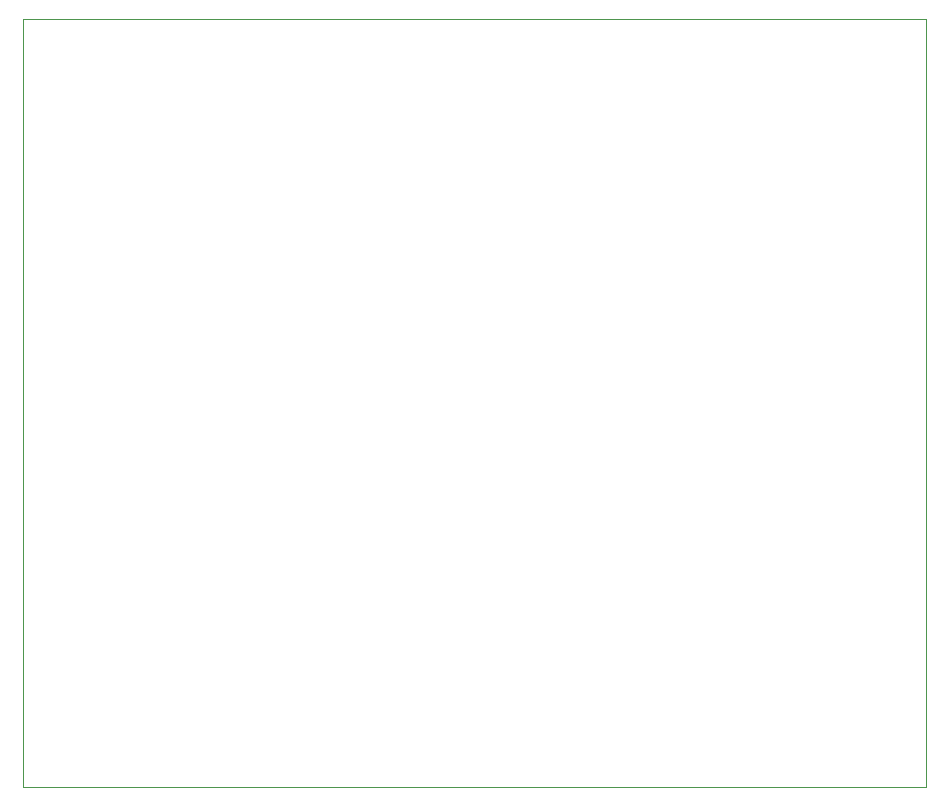
<source format=gbr>
%TF.GenerationSoftware,KiCad,Pcbnew,7.0.0*%
%TF.CreationDate,2023-03-08T02:35:57-06:00*%
%TF.ProjectId,finalproj_breakout,66696e61-6c70-4726-9f6a-5f627265616b,rev?*%
%TF.SameCoordinates,Original*%
%TF.FileFunction,Profile,NP*%
%FSLAX46Y46*%
G04 Gerber Fmt 4.6, Leading zero omitted, Abs format (unit mm)*
G04 Created by KiCad (PCBNEW 7.0.0) date 2023-03-08 02:35:57*
%MOMM*%
%LPD*%
G01*
G04 APERTURE LIST*
%TA.AperFunction,Profile*%
%ADD10C,0.100000*%
%TD*%
G04 APERTURE END LIST*
D10*
X157734000Y-46101000D02*
X234188000Y-46101000D01*
X234188000Y-46101000D02*
X234188000Y-111125000D01*
X234188000Y-111125000D02*
X157734000Y-111125000D01*
X157734000Y-111125000D02*
X157734000Y-46101000D01*
M02*

</source>
